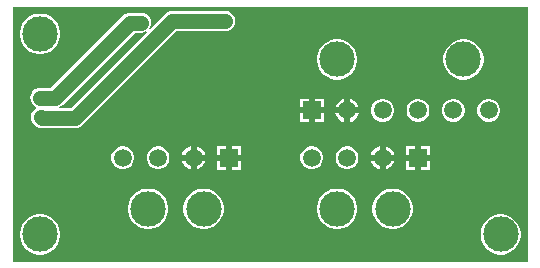
<source format=gbl>
G04*
G04 #@! TF.GenerationSoftware,Altium Limited,Altium Designer,21.9.2 (33)*
G04*
G04 Layer_Physical_Order=2*
G04 Layer_Color=16711680*
%FSLAX25Y25*%
%MOIN*%
G70*
G04*
G04 #@! TF.SameCoordinates,6F936C73-BDDA-4E7B-AE90-99827B4021A3*
G04*
G04*
G04 #@! TF.FilePolarity,Positive*
G04*
G01*
G75*
%ADD28C,0.05000*%
%ADD30C,0.11811*%
%ADD31C,0.05984*%
%ADD32R,0.05984X0.05984*%
%ADD33C,0.01968*%
G36*
X172426Y803D02*
X803D01*
Y85811D01*
X172426D01*
Y803D01*
D02*
G37*
%LPC*%
G36*
X71500Y84329D02*
X54000D01*
X53139Y84215D01*
X52336Y83883D01*
X51646Y83354D01*
X46631Y78338D01*
X46254Y78668D01*
X46382Y78836D01*
X46715Y79638D01*
X46828Y80500D01*
X46715Y81362D01*
X46382Y82164D01*
X45854Y82854D01*
X45164Y83383D01*
X44361Y83715D01*
X43500Y83829D01*
X40000D01*
X39138Y83715D01*
X38336Y83383D01*
X37646Y82854D01*
X13621Y58829D01*
X9988D01*
X9127Y58715D01*
X8324Y58383D01*
X7635Y57854D01*
X7106Y57164D01*
X6773Y56362D01*
X6660Y55500D01*
X6773Y54638D01*
X7106Y53836D01*
X7635Y53146D01*
X8324Y52617D01*
X8605Y52501D01*
X8605Y51960D01*
X8419Y51882D01*
X7729Y51354D01*
X7201Y50664D01*
X6868Y49861D01*
X6755Y49000D01*
X6868Y48138D01*
X7201Y47336D01*
X7729Y46646D01*
X8177Y46199D01*
X8866Y45670D01*
X9669Y45338D01*
X10530Y45224D01*
X21553D01*
X22414Y45338D01*
X22885Y45533D01*
X23217Y45670D01*
X23907Y46199D01*
X55379Y77671D01*
X71500D01*
X72361Y77785D01*
X73164Y78117D01*
X73854Y78646D01*
X74383Y79336D01*
X74715Y80138D01*
X74828Y81000D01*
X74715Y81862D01*
X74383Y82664D01*
X73854Y83354D01*
X73164Y83883D01*
X72361Y84215D01*
X71500Y84329D01*
D02*
G37*
G36*
X10503Y83477D02*
X9182D01*
X7887Y83219D01*
X6666Y82714D01*
X5568Y81980D01*
X4634Y81046D01*
X3900Y79948D01*
X3395Y78728D01*
X3137Y77432D01*
Y76111D01*
X3395Y74816D01*
X3900Y73595D01*
X4634Y72497D01*
X5568Y71563D01*
X6666Y70829D01*
X7887Y70324D01*
X9182Y70066D01*
X10503D01*
X11798Y70324D01*
X13019Y70829D01*
X14117Y71563D01*
X15051Y72497D01*
X15785Y73595D01*
X16290Y74816D01*
X16548Y76111D01*
Y77432D01*
X16290Y78728D01*
X15785Y79948D01*
X15051Y81046D01*
X14117Y81980D01*
X13019Y82714D01*
X11798Y83219D01*
X10503Y83477D01*
D02*
G37*
G36*
X151645Y74894D02*
X150324D01*
X149028Y74637D01*
X147808Y74131D01*
X146710Y73397D01*
X145776Y72464D01*
X145042Y71365D01*
X144536Y70145D01*
X144279Y68849D01*
Y67528D01*
X144536Y66233D01*
X145042Y65013D01*
X145776Y63914D01*
X146710Y62981D01*
X147808Y62247D01*
X149028Y61741D01*
X150324Y61484D01*
X151645D01*
X152940Y61741D01*
X154160Y62247D01*
X155259Y62981D01*
X156193Y63914D01*
X156927Y65013D01*
X157432Y66233D01*
X157690Y67528D01*
Y68849D01*
X157432Y70145D01*
X156927Y71365D01*
X156193Y72464D01*
X155259Y73397D01*
X154160Y74131D01*
X152940Y74637D01*
X151645Y74894D01*
D02*
G37*
G36*
X109519D02*
X108198D01*
X106902Y74637D01*
X105682Y74131D01*
X104584Y73397D01*
X103650Y72464D01*
X102916Y71365D01*
X102410Y70145D01*
X102153Y68849D01*
Y67528D01*
X102410Y66233D01*
X102916Y65013D01*
X103650Y63914D01*
X104584Y62981D01*
X105682Y62247D01*
X106902Y61741D01*
X108198Y61484D01*
X109519D01*
X110814Y61741D01*
X112035Y62247D01*
X113133Y62981D01*
X114067Y63914D01*
X114801Y65013D01*
X115306Y66233D01*
X115564Y67528D01*
Y68849D01*
X115306Y70145D01*
X114801Y71365D01*
X114067Y72464D01*
X113133Y73397D01*
X112035Y74131D01*
X110814Y74637D01*
X109519Y74894D01*
D02*
G37*
G36*
X113205Y55046D02*
Y52181D01*
X116070D01*
X115925Y52722D01*
X115399Y53632D01*
X114656Y54376D01*
X113746Y54901D01*
X113205Y55046D01*
D02*
G37*
G36*
X104386Y55173D02*
X101394D01*
Y52181D01*
X104386D01*
Y55173D01*
D02*
G37*
G36*
X111205Y55046D02*
X110664Y54901D01*
X109754Y54376D01*
X109010Y53632D01*
X108485Y52722D01*
X108340Y52181D01*
X111205D01*
Y55046D01*
D02*
G37*
G36*
X99394Y55173D02*
X96402D01*
Y52181D01*
X99394D01*
Y55173D01*
D02*
G37*
G36*
X100394Y51181D02*
D01*
D01*
D01*
D02*
G37*
G36*
X159948Y54973D02*
X158950D01*
X157985Y54715D01*
X157120Y54216D01*
X156414Y53509D01*
X155915Y52645D01*
X155657Y51680D01*
Y50682D01*
X155915Y49717D01*
X156414Y48853D01*
X157120Y48147D01*
X157985Y47647D01*
X158950Y47389D01*
X159948D01*
X160913Y47647D01*
X161777Y48147D01*
X162483Y48853D01*
X162982Y49717D01*
X163241Y50682D01*
Y51680D01*
X162982Y52645D01*
X162483Y53509D01*
X161777Y54216D01*
X160913Y54715D01*
X159948Y54973D01*
D02*
G37*
G36*
X148137D02*
X147139D01*
X146174Y54715D01*
X145309Y54216D01*
X144603Y53509D01*
X144104Y52645D01*
X143846Y51680D01*
Y50682D01*
X144104Y49717D01*
X144603Y48853D01*
X145309Y48147D01*
X146174Y47647D01*
X147139Y47389D01*
X148137D01*
X149101Y47647D01*
X149966Y48147D01*
X150672Y48853D01*
X151172Y49717D01*
X151430Y50682D01*
Y51680D01*
X151172Y52645D01*
X150672Y53509D01*
X149966Y54216D01*
X149101Y54715D01*
X148137Y54973D01*
D02*
G37*
G36*
X136326D02*
X135327D01*
X134363Y54715D01*
X133498Y54216D01*
X132792Y53509D01*
X132293Y52645D01*
X132035Y51680D01*
Y50682D01*
X132293Y49717D01*
X132792Y48853D01*
X133498Y48147D01*
X134363Y47647D01*
X135327Y47389D01*
X136326D01*
X137291Y47647D01*
X138155Y48147D01*
X138861Y48853D01*
X139360Y49717D01*
X139619Y50682D01*
Y51680D01*
X139360Y52645D01*
X138861Y53509D01*
X138155Y54216D01*
X137291Y54715D01*
X136326Y54973D01*
D02*
G37*
G36*
X124515D02*
X123516D01*
X122552Y54715D01*
X121687Y54216D01*
X120981Y53509D01*
X120482Y52645D01*
X120224Y51680D01*
Y50682D01*
X120482Y49717D01*
X120981Y48853D01*
X121687Y48147D01*
X122552Y47647D01*
X123516Y47389D01*
X124515D01*
X125479Y47647D01*
X126344Y48147D01*
X127050Y48853D01*
X127549Y49717D01*
X127808Y50682D01*
Y51680D01*
X127549Y52645D01*
X127050Y53509D01*
X126344Y54216D01*
X125479Y54715D01*
X124515Y54973D01*
D02*
G37*
G36*
X116070Y50181D02*
X113205D01*
Y47316D01*
X113746Y47461D01*
X114656Y47987D01*
X115399Y48730D01*
X115925Y49640D01*
X116070Y50181D01*
D02*
G37*
G36*
X111205D02*
X108340D01*
X108485Y49640D01*
X109010Y48730D01*
X109754Y47987D01*
X110664Y47461D01*
X111205Y47316D01*
Y50181D01*
D02*
G37*
G36*
X104386D02*
X101394D01*
Y47189D01*
X104386D01*
Y50181D01*
D02*
G37*
G36*
X99394D02*
X96402D01*
Y47189D01*
X99394D01*
Y50181D01*
D02*
G37*
G36*
X139819Y39425D02*
X136827D01*
Y36433D01*
X139819D01*
Y39425D01*
D02*
G37*
G36*
X134827D02*
X131835D01*
Y36433D01*
X134827D01*
Y39425D01*
D02*
G37*
G36*
X125016Y39298D02*
Y36433D01*
X127881D01*
X127736Y36974D01*
X127210Y37884D01*
X126467Y38628D01*
X125557Y39153D01*
X125016Y39298D01*
D02*
G37*
G36*
X123016D02*
X122475Y39153D01*
X121564Y38628D01*
X120821Y37884D01*
X120296Y36974D01*
X120151Y36433D01*
X123016D01*
Y39298D01*
D02*
G37*
G36*
X76827Y39425D02*
X73835D01*
Y36433D01*
X76827D01*
Y39425D01*
D02*
G37*
G36*
X71835D02*
X68843D01*
Y36433D01*
X71835D01*
Y39425D01*
D02*
G37*
G36*
X62024Y39298D02*
Y36433D01*
X64889D01*
X64744Y36974D01*
X64218Y37884D01*
X63475Y38628D01*
X62564Y39153D01*
X62024Y39298D01*
D02*
G37*
G36*
X60024D02*
X59483Y39153D01*
X58572Y38628D01*
X57829Y37884D01*
X57304Y36974D01*
X57159Y36433D01*
X60024D01*
Y39298D01*
D02*
G37*
G36*
X112704Y39225D02*
X111706D01*
X110741Y38967D01*
X109876Y38467D01*
X109170Y37762D01*
X108671Y36897D01*
X108413Y35932D01*
Y34934D01*
X108671Y33969D01*
X109170Y33105D01*
X109876Y32399D01*
X110741Y31899D01*
X111706Y31641D01*
X112704D01*
X113668Y31899D01*
X114533Y32399D01*
X115239Y33105D01*
X115738Y33969D01*
X115997Y34934D01*
Y35932D01*
X115738Y36897D01*
X115239Y37762D01*
X114533Y38467D01*
X113668Y38967D01*
X112704Y39225D01*
D02*
G37*
G36*
X100893D02*
X99894D01*
X98930Y38967D01*
X98065Y38467D01*
X97359Y37762D01*
X96860Y36897D01*
X96602Y35932D01*
Y34934D01*
X96860Y33969D01*
X97359Y33105D01*
X98065Y32399D01*
X98930Y31899D01*
X99894Y31641D01*
X100893D01*
X101857Y31899D01*
X102722Y32399D01*
X103428Y33105D01*
X103927Y33969D01*
X104186Y34934D01*
Y35932D01*
X103927Y36897D01*
X103428Y37762D01*
X102722Y38467D01*
X101857Y38967D01*
X100893Y39225D01*
D02*
G37*
G36*
X49712D02*
X48713D01*
X47749Y38967D01*
X46884Y38467D01*
X46178Y37762D01*
X45679Y36897D01*
X45421Y35932D01*
Y34934D01*
X45679Y33969D01*
X46178Y33105D01*
X46884Y32399D01*
X47749Y31899D01*
X48713Y31641D01*
X49712D01*
X50676Y31899D01*
X51541Y32399D01*
X52247Y33105D01*
X52746Y33969D01*
X53005Y34934D01*
Y35932D01*
X52746Y36897D01*
X52247Y37762D01*
X51541Y38467D01*
X50676Y38967D01*
X49712Y39225D01*
D02*
G37*
G36*
X37901D02*
X36902D01*
X35938Y38967D01*
X35073Y38467D01*
X34367Y37762D01*
X33868Y36897D01*
X33610Y35932D01*
Y34934D01*
X33868Y33969D01*
X34367Y33105D01*
X35073Y32399D01*
X35938Y31899D01*
X36902Y31641D01*
X37901D01*
X38865Y31899D01*
X39730Y32399D01*
X40436Y33105D01*
X40935Y33969D01*
X41194Y34934D01*
Y35932D01*
X40935Y36897D01*
X40436Y37762D01*
X39730Y38467D01*
X38865Y38967D01*
X37901Y39225D01*
D02*
G37*
G36*
X127881Y34433D02*
X125016D01*
Y31568D01*
X125557Y31713D01*
X126467Y32239D01*
X127210Y32982D01*
X127736Y33892D01*
X127881Y34433D01*
D02*
G37*
G36*
X123016D02*
X120151D01*
X120296Y33892D01*
X120821Y32982D01*
X121564Y32239D01*
X122475Y31713D01*
X123016Y31568D01*
Y34433D01*
D02*
G37*
G36*
X64889D02*
X62024D01*
Y31568D01*
X62564Y31713D01*
X63475Y32239D01*
X64218Y32982D01*
X64744Y33892D01*
X64889Y34433D01*
D02*
G37*
G36*
X60024D02*
X57159D01*
X57304Y33892D01*
X57829Y32982D01*
X58572Y32239D01*
X59483Y31713D01*
X60024Y31568D01*
Y34433D01*
D02*
G37*
G36*
X139819D02*
X136827D01*
Y31441D01*
X139819D01*
Y34433D01*
D02*
G37*
G36*
X134827D02*
X131835D01*
Y31441D01*
X134827D01*
Y34433D01*
D02*
G37*
G36*
X76827D02*
X73835D01*
Y31441D01*
X76827D01*
Y34433D01*
D02*
G37*
G36*
X71835D02*
X68843D01*
Y31441D01*
X71835D01*
Y34433D01*
D02*
G37*
G36*
X128023Y25131D02*
X126702D01*
X125406Y24873D01*
X124186Y24367D01*
X123088Y23634D01*
X122154Y22700D01*
X121420Y21601D01*
X120914Y20381D01*
X120657Y19086D01*
Y17765D01*
X120914Y16469D01*
X121420Y15249D01*
X122154Y14151D01*
X123088Y13217D01*
X124186Y12483D01*
X125406Y11977D01*
X126702Y11720D01*
X128023D01*
X129318Y11977D01*
X130538Y12483D01*
X131637Y13217D01*
X132571Y14151D01*
X133305Y15249D01*
X133810Y16469D01*
X134068Y17765D01*
Y19086D01*
X133810Y20381D01*
X133305Y21601D01*
X132571Y22700D01*
X131637Y23634D01*
X130538Y24367D01*
X129318Y24873D01*
X128023Y25131D01*
D02*
G37*
G36*
X109519D02*
X108198D01*
X106902Y24873D01*
X105682Y24367D01*
X104584Y23634D01*
X103650Y22700D01*
X102916Y21601D01*
X102410Y20381D01*
X102153Y19086D01*
Y17765D01*
X102410Y16469D01*
X102916Y15249D01*
X103650Y14151D01*
X104584Y13217D01*
X105682Y12483D01*
X106902Y11977D01*
X108198Y11720D01*
X109519D01*
X110814Y11977D01*
X112034Y12483D01*
X113133Y13217D01*
X114067Y14151D01*
X114801Y15249D01*
X115306Y16469D01*
X115564Y17765D01*
Y19086D01*
X115306Y20381D01*
X114801Y21601D01*
X114067Y22700D01*
X113133Y23634D01*
X112034Y24367D01*
X110814Y24873D01*
X109519Y25131D01*
D02*
G37*
G36*
X65030D02*
X63710D01*
X62414Y24873D01*
X61194Y24367D01*
X60096Y23634D01*
X59162Y22700D01*
X58428Y21601D01*
X57922Y20381D01*
X57665Y19086D01*
Y17765D01*
X57922Y16469D01*
X58428Y15249D01*
X59162Y14151D01*
X60096Y13217D01*
X61194Y12483D01*
X62414Y11977D01*
X63710Y11720D01*
X65030D01*
X66326Y11977D01*
X67546Y12483D01*
X68645Y13217D01*
X69579Y14151D01*
X70312Y15249D01*
X70818Y16469D01*
X71076Y17765D01*
Y19086D01*
X70818Y20381D01*
X70312Y21601D01*
X69579Y22700D01*
X68645Y23634D01*
X67546Y24367D01*
X66326Y24873D01*
X65030Y25131D01*
D02*
G37*
G36*
X46527D02*
X45206D01*
X43910Y24873D01*
X42690Y24367D01*
X41592Y23634D01*
X40658Y22700D01*
X39924Y21601D01*
X39418Y20381D01*
X39161Y19086D01*
Y17765D01*
X39418Y16469D01*
X39924Y15249D01*
X40658Y14151D01*
X41592Y13217D01*
X42690Y12483D01*
X43910Y11977D01*
X45206Y11720D01*
X46527D01*
X47822Y11977D01*
X49042Y12483D01*
X50141Y13217D01*
X51075Y14151D01*
X51809Y15249D01*
X52314Y16469D01*
X52572Y17765D01*
Y19086D01*
X52314Y20381D01*
X51809Y21601D01*
X51075Y22700D01*
X50141Y23634D01*
X49042Y24367D01*
X47822Y24873D01*
X46527Y25131D01*
D02*
G37*
G36*
X164046Y16548D02*
X162725D01*
X161430Y16290D01*
X160210Y15785D01*
X159111Y15051D01*
X158177Y14117D01*
X157443Y13019D01*
X156938Y11798D01*
X156680Y10503D01*
Y9182D01*
X156938Y7887D01*
X157443Y6666D01*
X158177Y5568D01*
X159111Y4634D01*
X160210Y3900D01*
X161430Y3395D01*
X162725Y3137D01*
X164046D01*
X165342Y3395D01*
X166562Y3900D01*
X167660Y4634D01*
X168594Y5568D01*
X169328Y6666D01*
X169834Y7887D01*
X170091Y9182D01*
Y10503D01*
X169834Y11798D01*
X169328Y13019D01*
X168594Y14117D01*
X167660Y15051D01*
X166562Y15785D01*
X165342Y16290D01*
X164046Y16548D01*
D02*
G37*
G36*
X10503D02*
X9182D01*
X7887Y16290D01*
X6666Y15785D01*
X5568Y15051D01*
X4634Y14117D01*
X3900Y13019D01*
X3395Y11798D01*
X3137Y10503D01*
Y9182D01*
X3395Y7887D01*
X3900Y6666D01*
X4634Y5568D01*
X5568Y4634D01*
X6666Y3900D01*
X7887Y3395D01*
X9182Y3137D01*
X10503D01*
X11798Y3395D01*
X13019Y3900D01*
X14117Y4634D01*
X15051Y5568D01*
X15785Y6666D01*
X16290Y7887D01*
X16548Y9182D01*
Y10503D01*
X16290Y11798D01*
X15785Y13019D01*
X15051Y14117D01*
X14117Y15051D01*
X13019Y15785D01*
X11798Y16290D01*
X10503Y16548D01*
D02*
G37*
%LPD*%
G36*
X45662Y77369D02*
X20174Y51881D01*
X16194D01*
X16095Y52381D01*
X16664Y52617D01*
X17354Y53146D01*
X41379Y77171D01*
X43500D01*
X44361Y77285D01*
X45164Y77617D01*
X45331Y77746D01*
X45662Y77369D01*
D02*
G37*
D28*
X10530Y48553D02*
X21553D01*
X10083Y49000D02*
X10530Y48553D01*
X21553D02*
X54000Y81000D01*
X9988Y55500D02*
X15000D01*
X54000Y81000D02*
X71500D01*
X15000Y55500D02*
X40000Y80500D01*
X43500D01*
D30*
X150984Y68189D02*
D03*
X108858D02*
D03*
X64370Y18425D02*
D03*
X45866D02*
D03*
X163386Y9843D02*
D03*
X127362Y18425D02*
D03*
X108858D02*
D03*
X9843Y76772D02*
D03*
Y9843D02*
D03*
D31*
X159449Y51181D02*
D03*
X147638D02*
D03*
X135827D02*
D03*
X124016D02*
D03*
X112205D02*
D03*
X61024Y35433D02*
D03*
X49213D02*
D03*
X37402D02*
D03*
X124016D02*
D03*
X112205D02*
D03*
X100394D02*
D03*
D32*
X100394Y51181D02*
D03*
X72835Y35433D02*
D03*
X135827D02*
D03*
D33*
X10083Y49000D02*
D03*
X9988Y55500D02*
D03*
X71500Y81000D02*
D03*
X43500Y80500D02*
D03*
M02*

</source>
